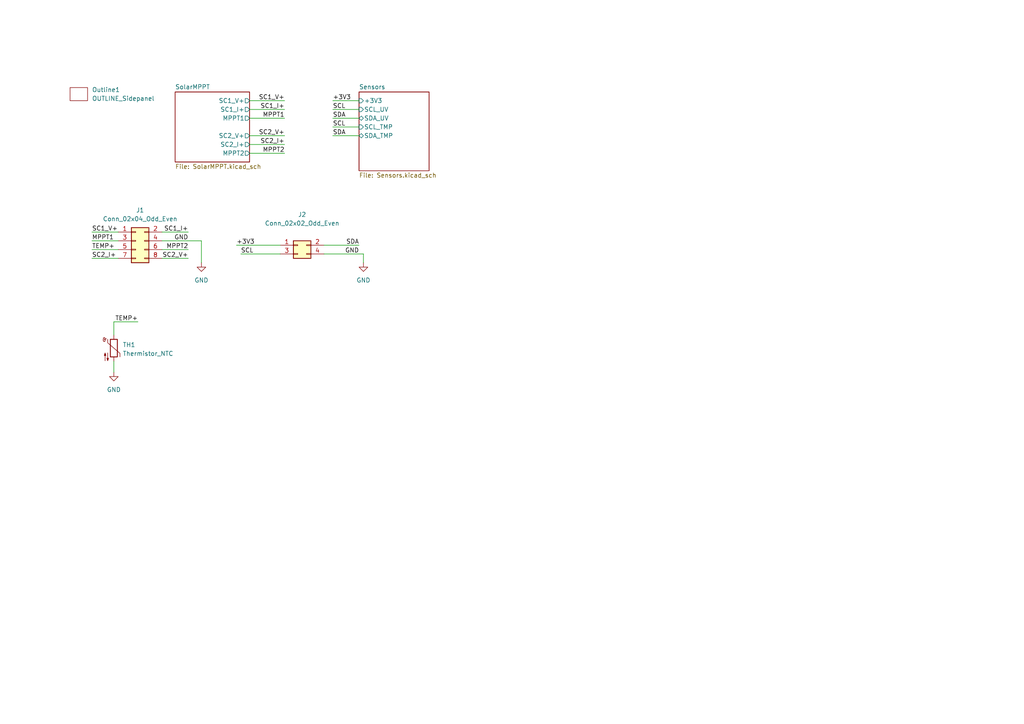
<source format=kicad_sch>
(kicad_sch (version 20211123) (generator eeschema)
  (paper "A4")
  (lib_symbols
    (symbol "Connector_Generic:Conn_02x02_Odd_Even" (pin_names (offset 1.016) hide)
      (property "Reference" "J" (at 1.27 2.54 0))
      (property "Value" "Conn_02x02_Odd_Even" (at 1.27 -5.08 0))
      (symbol "Conn_02x02_Odd_Even_1_1"
        (rectangle (start -1.27 -2.413) (end 0 -2.667) (stroke (width 0.1524)))
        (rectangle (start -1.27 0.127) (end 0 -0.127) (stroke (width 0.1524)))
        (rectangle (start -1.27 1.27) (end 3.81 -3.81) (stroke (width 0.254)) (fill (type background)))
        (rectangle (start 3.81 -2.413) (end 2.54 -2.667) (stroke (width 0.1524)))
        (rectangle (start 3.81 0.127) (end 2.54 -0.127) (stroke (width 0.1524)))
        (pin passive line (at -5.08 0 0) (length 3.81) (name "Pin_1") (number "1"))
        (pin passive line (at 7.62 0 180) (length 3.81) (name "Pin_2") (number "2"))
        (pin passive line (at -5.08 -2.54 0) (length 3.81) (name "Pin_3") (number "3"))
        (pin passive line (at 7.62 -2.54 180) (length 3.81) (name "Pin_4") (number "4"))
      )
    )
    (symbol "Connector_Generic:Conn_02x04_Odd_Even" (pin_names (offset 1.016) hide)
      (property "Reference" "J" (at 1.27 5.08 0))
      (property "Value" "Conn_02x04_Odd_Even" (at 1.27 -7.62 0))
      (symbol "Conn_02x04_Odd_Even_1_1"
        (rectangle (start -1.27 -4.953) (end 0 -5.207) (stroke (width 0.1524)))
        (rectangle (start -1.27 -2.413) (end 0 -2.667) (stroke (width 0.1524)))
        (rectangle (start -1.27 0.127) (end 0 -0.127) (stroke (width 0.1524)))
        (rectangle (start -1.27 2.667) (end 0 2.413) (stroke (width 0.1524)))
        (rectangle (start -1.27 3.81) (end 3.81 -6.35) (stroke (width 0.254)) (fill (type background)))
        (rectangle (start 3.81 -4.953) (end 2.54 -5.207) (stroke (width 0.1524)))
        (rectangle (start 3.81 -2.413) (end 2.54 -2.667) (stroke (width 0.1524)))
        (rectangle (start 3.81 0.127) (end 2.54 -0.127) (stroke (width 0.1524)))
        (rectangle (start 3.81 2.667) (end 2.54 2.413) (stroke (width 0.1524)))
        (pin passive line (at -5.08 2.54 0) (length 3.81) (name "Pin_1") (number "1"))
        (pin passive line (at 7.62 2.54 180) (length 3.81) (name "Pin_2") (number "2"))
        (pin passive line (at -5.08 0 0) (length 3.81) (name "Pin_3") (number "3"))
        (pin passive line (at 7.62 0 180) (length 3.81) (name "Pin_4") (number "4"))
        (pin passive line (at -5.08 -2.54 0) (length 3.81) (name "Pin_5") (number "5"))
        (pin passive line (at 7.62 -2.54 180) (length 3.81) (name "Pin_6") (number "6"))
        (pin passive line (at -5.08 -5.08 0) (length 3.81) (name "Pin_7") (number "7"))
        (pin passive line (at 7.62 -5.08 180) (length 3.81) (name "Pin_8") (number "8"))
      )
    )
    (symbol "Device:Thermistor_NTC" (pin_numbers hide) (pin_names (offset 0))
      (property "Reference" "TH" (at -4.445 0 90))
      (property "Value" "Thermistor_NTC" (at 3.175 0 90))
      (symbol "Thermistor_NTC_0_1"
        (arc (start -3.048 2.159) (mid -3.0505 2.3165) (end -3.175 2.413))
        (arc (start -3.048 2.159) (mid -2.9736 1.9794) (end -2.794 1.905))
        (arc (start -3.048 2.794) (mid -2.9736 2.6144) (end -2.794 2.54))
        (arc (start -2.794 1.905) (mid -2.6144 1.9794) (end -2.54 2.159))
        (arc (start -2.794 2.54) (mid -2.434 2.5608) (end -2.159 2.794))
        (arc (start -2.794 3.048) (mid -2.9736 2.9736) (end -3.048 2.794))
        (arc (start -2.54 2.794) (mid -2.6144 2.9736) (end -2.794 3.048))
        (rectangle (start -1.016 2.54) (end 1.016 -2.54) (stroke (width 0.254)))
        (polyline (pts (xy -2.54 2.159) (xy -2.54 2.794)))
        (polyline (pts (xy -1.778 2.54) (xy -1.778 1.524) (xy 1.778 -1.524) (xy 1.778 -2.54)))
        (polyline (pts (xy -2.54 -3.683) (xy -2.54 -1.397) (xy -2.794 -2.159) (xy -2.286 -2.159) (xy -2.54 -1.397) (xy -2.54 -1.651)) (fill (type outline)))
        (polyline (pts (xy -1.778 -1.397) (xy -1.778 -3.683) (xy -2.032 -2.921) (xy -1.524 -2.921) (xy -1.778 -3.683) (xy -1.778 -3.429)) (fill (type outline)))
      )
      (symbol "Thermistor_NTC_1_1"
        (pin passive line (at 0 3.81 270) (length 1.27) (name "~") (number "1"))
        (pin passive line (at 0 -3.81 90) (length 1.27) (name "~") (number "2"))
      )
    )
    (symbol "USER_Outline:OUTLINE_Sidepanel" (in_bom no)
      (property "Reference" "Outline?" (at 3.81 -3.1749 0))
      (property "Value" "OUTLINE_Sidepanel" (at 3.81 -5.7149 0))
      (symbol "OUTLINE_Sidepanel_0_1"
        (rectangle (start -2.54 -2.54) (end 2.54 -6.35))
      )
    )
    (symbol "power:GND" (power) (pin_names (offset 0))
      (property "Value" "GND" (at 0 -3.81 0))
      (symbol "GND_0_1"
        (polyline (pts (xy 0 0) (xy 0 -1.27) (xy 1.27 -1.27) (xy 0 -2.54) (xy -1.27 -1.27) (xy 0 -1.27)))
      )
      (symbol "GND_1_1"
        (pin power_in line (at 0 0 270) (length 0) hide (name "GND") (number "1"))
      )
    )
  )
  (wire (pts (xy 26.67 67.31) (xy 34.29 67.31)))
  (wire (pts (xy 54.61 74.93) (xy 46.99 74.93)))
  (wire (pts (xy 96.52 39.37) (xy 104.14 39.37)))
  (wire (pts (xy 72.39 29.21) (xy 82.55 29.21)))
  (wire (pts (xy 96.52 36.83) (xy 104.14 36.83)))
  (wire (pts (xy 26.67 74.93) (xy 34.29 74.93)))
  (wire (pts (xy 58.42 76.2) (xy 58.42 69.85)))
  (wire (pts (xy 33.02 93.345) (xy 40.005 93.345)))
  (wire (pts (xy 72.39 39.37) (xy 82.55 39.37)))
  (wire (pts (xy 105.41 76.2) (xy 105.41 73.66)))
  (wire (pts (xy 72.39 34.29) (xy 82.55 34.29)))
  (wire (pts (xy 68.58 71.12) (xy 81.28 71.12)))
  (wire (pts (xy 54.61 67.31) (xy 46.99 67.31)))
  (wire (pts (xy 72.39 44.45) (xy 82.55 44.45)))
  (wire (pts (xy 96.52 34.29) (xy 104.14 34.29)))
  (wire (pts (xy 54.61 72.39) (xy 46.99 72.39)))
  (wire (pts (xy 93.98 73.66) (xy 105.41 73.66)))
  (wire (pts (xy 72.39 31.75) (xy 82.55 31.75)))
  (wire (pts (xy 69.85 73.66) (xy 81.28 73.66)))
  (wire (pts (xy 96.52 31.75) (xy 104.14 31.75)))
  (wire (pts (xy 33.02 104.775) (xy 33.02 107.95)))
  (wire (pts (xy 93.98 71.12) (xy 104.14 71.12)))
  (wire (pts (xy 72.39 41.91) (xy 82.55 41.91)))
  (wire (pts (xy 33.02 93.345) (xy 33.02 97.155)))
  (wire (pts (xy 46.99 69.85) (xy 58.42 69.85)))
  (wire (pts (xy 26.67 69.85) (xy 34.29 69.85)))
  (wire (pts (xy 96.52 29.21) (xy 104.14 29.21)))
  (wire (pts (xy 26.67 72.39) (xy 34.29 72.39)))
  (label "SC1_I+" (at 54.61 67.31 180))
  (label "TEMP+" (at 40.005 93.345 180))
  (label "MPPT2" (at 82.55 44.45 180))
  (label "MPPT1" (at 26.67 69.85 0))
  (label "SC1_V+" (at 82.55 29.21 180))
  (label "SC2_V+" (at 82.55 39.37 180))
  (label "SC2_V+" (at 54.61 74.93 180))
  (label "SC1_I+" (at 82.55 31.75 180))
  (label "GND" (at 54.61 69.85 180))
  (label "MPPT2" (at 54.61 72.39 180))
  (label "SCL" (at 69.85 73.66 0))
  (label "GND" (at 104.14 73.66 180))
  (label "SDA" (at 96.52 34.29 0))
  (label "TEMP+" (at 26.67 72.39 0))
  (label "MPPT1" (at 82.55 34.29 180))
  (label "SCL" (at 96.52 31.75 0))
  (label "+3V3" (at 68.58 71.12 0))
  (label "SC2_I+" (at 26.67 74.93 0))
  (label "SCL" (at 96.52 36.83 0))
  (label "+3V3" (at 96.52 29.21 0))
  (label "SDA" (at 96.52 39.37 0))
  (label "SC1_V+" (at 26.67 67.31 0))
  (label "SDA" (at 104.14 71.12 180))
  (label "SC2_I+" (at 82.55 41.91 180))
  (symbol (lib_id "Connector_Generic:Conn_02x02_Odd_Even") (at 86.36 71.12 0) (unit 1)
    (property "Reference" "J2" (at 87.63 62.23 0))
    (property "Value" "Conn_02x02_Odd_Even" (at 87.63 64.77 0))
    (property "Footprint" "STS_Connector:M808280442" (effects hide))
  )
  (symbol (lib_id "power:GND") (at 58.42 76.2 0) (unit 1)
    (property "Reference" "#PWR0111" (effects hide))
    (property "Value" "GND" (at 58.42 81.28 0))
  )
  (symbol (lib_id "USER_Outline:OUTLINE_Sidepanel") (at 22.86 22.86 0) (unit 1) (in_bom no)
    (property "Reference" "Outline1" (at 26.67 26.0349 0) (effects (justify left)))
    (property "Value" "OUTLINE_Sidepanel" (at 26.67 28.5749 0) (effects (justify left)))
    (property "Footprint" "USER_OUTLINE:OUTLINE_SidepanelX-" (effects hide))
  )
  (symbol (lib_id "Connector_Generic:Conn_02x04_Odd_Even") (at 39.37 69.85 0) (unit 1)
    (property "Reference" "J1" (at 40.64 60.96 0))
    (property "Value" "Conn_02x04_Odd_Even" (at 40.64 63.5 0))
    (property "Footprint" "STS_Connector:M808280842" (effects hide))
  )
  (symbol (lib_id "Device:Thermistor_NTC") (at 33.02 100.965 0) (unit 1)
    (property "Reference" "TH1" (at 35.56 100.0124 0) (effects (justify left)))
    (property "Value" "Thermistor_NTC" (at 35.56 102.5524 0) (effects (justify left)))
    (property "Footprint" "Resistor_SMD:R_0805_2012Metric_Pad1.20x1.40mm_HandSolder" (effects hide))
  )
  (symbol (lib_id "power:GND") (at 105.41 76.2 0) (unit 1)
    (property "Reference" "#PWR0112" (effects hide))
    (property "Value" "GND" (at 105.41 81.28 0))
  )
  (symbol (lib_id "power:GND") (at 33.02 107.95 0) (unit 1)
    (property "Reference" "#PWR0107" (effects hide))
    (property "Value" "GND" (at 33.02 113.03 0))
  )
  (sheet (at 50.8 26.67) (size 21.59 20.32) (stroke (width 0.1524))
    (property "Sheet name" "SolarMPPT" (at 50.8 25.9584 0) (effects (justify left bottom)))
    (property "Sheet file" "SolarMPPT.kicad_sch" (at 50.8 47.5746 0) (effects (justify left top)))
    (pin "SC2_I+" output (at 72.39 41.91 0))
    (pin "MPPT2" output (at 72.39 44.45 0))
    (pin "SC1_V+" output (at 72.39 29.21 0))
    (pin "SC1_I+" output (at 72.39 31.75 0))
    (pin "MPPT1" output (at 72.39 34.29 0))
    (pin "SC2_V+" output (at 72.39 39.37 0))
  )
  (sheet (at 104.14 26.67) (size 20.32 22.86) (stroke (width 0.1524))
    (property "Sheet name" "Sensors" (at 104.14 25.9584 0) (effects (justify left bottom)))
    (property "Sheet file" "Sensors.kicad_sch" (at 104.14 50.1146 0) (effects (justify left top)))
    (pin "+3V3" input (at 104.14 29.21 180))
    (pin "SCL_UV" input (at 104.14 31.75 180))
    (pin "SDA_UV" bidirectional (at 104.14 34.29 180))
    (pin "SCL_TMP" input (at 104.14 36.83 180))
    (pin "SDA_TMP" bidirectional (at 104.14 39.37 180))
  )
)
</source>
